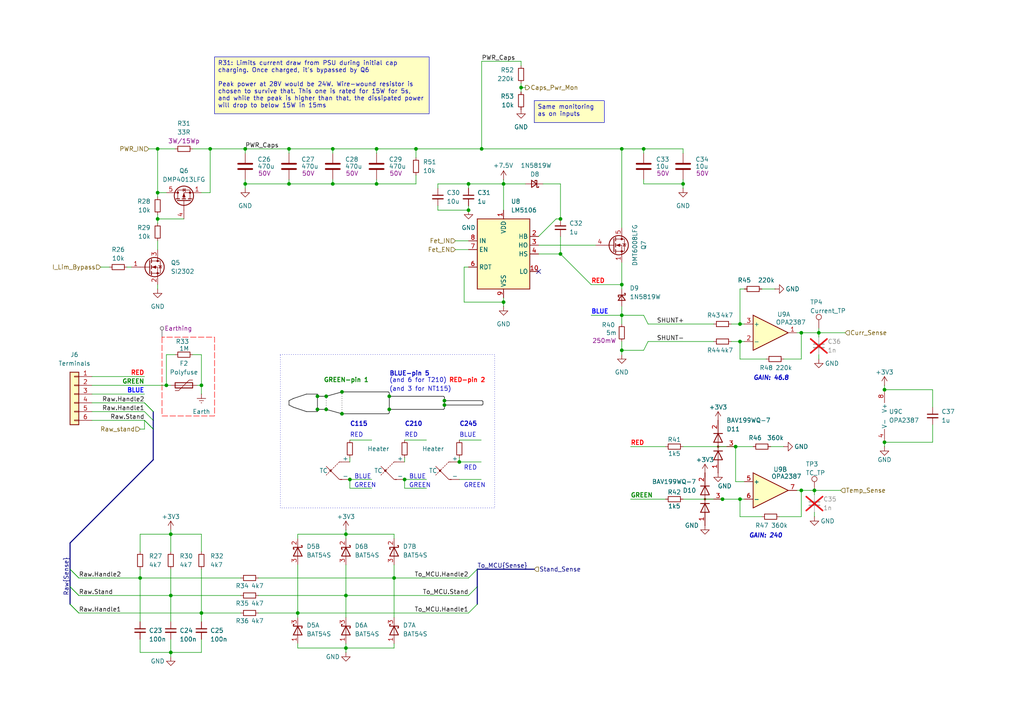
<source format=kicad_sch>
(kicad_sch (version 20241209) (generator "eeschema") (generator_version "9.0")
  (paper "A4")
  (bus_alias "Sense" (members "Handle1" "Handle2" "Stand"))
  (rectangle (start 81.28 102.87) (end 143.51 147.32) (stroke (width 0) (type dot)) (fill (type color) (color 255 255 255 1)))
  (text "BLUE" (at 118.618 139.065 0) (effects (font (size 1.27 1.27)) (justify left bottom)))
  (text "RED-pin 2" (at 140.843 111.125 0) (effects (font (size 1.27 1.27) (thickness 0.254) (bold yes)) (justify right bottom)))
  (text "BLUE-pin 5" (at 112.903 109.22 0) (effects (font (size 1.27 1.27) (thickness 0.254) (bold yes)) (justify left bottom)))
  (text "C245" (at 133.223 123.825 0) (effects (font (size 1.27 1.27) (thickness 0.254) (bold yes)) (justify left bottom)))
  (text "GREEN" (at 118.618 141.605 0) (effects (font (size 1.27 1.27)) (justify left bottom)))
  (text "(and 3 for NT115)" (at 112.903 113.665 0) (effects (font (size 1.27 1.27)) (justify left bottom)))
  (text "GAIN: 240" (at 217.17 156.21 0) (effects (font (size 1.27 1.27) (thickness 0.254) (bold yes) (italic yes)) (justify left bottom)))
  (text "RED" (at 134.493 136.525 0) (effects (font (size 1.27 1.27)) (justify left bottom)))
  (text "GREEN-pin 1" (at 93.853 111.125 0) (effects (font (size 1.27 1.27) (thickness 0.254) (bold yes)) (justify left bottom)))
  (text "RED\n" (at 117.348 127 0) (effects (font (size 1.27 1.27)) (justify left bottom)))
  (text "GREEN" (at 102.743 141.605 0) (effects (font (size 1.27 1.27)) (justify left bottom)))
  (text "GAIN: 46.8" (at 218.44 110.49 0) (effects (font (size 1.27 1.27) (thickness 0.254) (bold yes) (italic yes)) (justify left bottom)))
  (text "C210" (at 117.348 123.825 0) (effects (font (size 1.27 1.27) (thickness 0.254) (bold yes)) (justify left bottom)))
  (text "GREEN" (at 134.493 141.605 0) (effects (font (size 1.27 1.27)) (justify left bottom)))
  (text "RED\n" (at 101.473 127 0) (effects (font (size 1.27 1.27)) (justify left bottom)))
  (text "C115" (at 101.473 123.825 0) (effects (font (size 1.27 1.27) (thickness 0.254) (bold yes)) (justify left bottom)))
  (text "BLUE" (at 133.223 127 0) (effects (font (size 1.27 1.27)) (justify left bottom)))
  (text "BLUE" (at 102.743 139.065 0) (effects (font (size 1.27 1.27)) (justify left bottom)))
  (text "(and 6 for T210)" (at 112.903 111.125 0) (effects (font (size 1.27 1.27)) (justify left bottom)))
  (text_box "Same monitoring as on inputs" (at 154.94 29.21 0) (size 20.32 6.35) (margins 0.9525 0.9525 0.9525 0.9525) (fill (type color) (color 255 255 194 1)) (effects (font (size 1.27 1.27)) (justify left top)))
  (text_box "R31: Limits current draw from PSU during initial cap charging. Once charged, it's bypassed by Q6\n\nPeak power at 28V would be 24W. Wire-wound resistor is chosen to survive that. This one is rated for 15W for 5s, and while the peak is higher than that, the dissipated power will drop to below 15W in 15ms" (at 62.23 16.51 0) (size 62.23 16.51) (margins 0.9525 0.9525 0.9525 0.9525) (fill (type color) (color 255 255 194 1)) (effects (font (size 1.27 1.27)) (justify left top)))
  (junction (at 114.3 167.64))
  (junction (at 162.56 63.5))
  (junction (at 162.56 73.66))
  (junction (at 45.72 43.18))
  (junction (at 232.41 142.24))
  (junction (at 214.63 99.06))
  (junction (at 112.903 114.935))
  (junction (at 99.187 120.015))
  (junction (at 48.26 111.76))
  (junction (at 45.72 63.5))
  (junction (at 236.22 142.24))
  (junction (at 86.36 177.8))
  (junction (at 100.33 172.72))
  (junction (at 146.05 87.63))
  (junction (at 151.13 25.4))
  (junction (at 180.34 43.18))
  (junction (at 180.34 101.6))
  (junction (at 71.12 53.34))
  (junction (at 100.33 154.94))
  (junction (at 60.96 43.18))
  (junction (at 133.223 133.985))
  (junction (at 58.42 177.8))
  (junction (at 58.42 111.76))
  (junction (at 96.52 43.18))
  (junction (at 135.89 60.96))
  (junction (at 117.348 139.065))
  (junction (at 135.89 53.34))
  (junction (at 180.34 91.44))
  (junction (at 94.615 114.935))
  (junction (at 92.075 114.935))
  (junction (at 256.54 113.03))
  (junction (at 128.905 117.475))
  (junction (at 198.12 53.34))
  (junction (at 71.12 43.18))
  (junction (at 101.473 139.065))
  (junction (at 214.63 93.98))
  (junction (at 213.36 129.54))
  (junction (at 49.53 189.23))
  (junction (at 209.55 144.78))
  (junction (at 94.615 118.745))
  (junction (at 45.72 55.88))
  (junction (at 256.54 128.27))
  (junction (at 128.905 116.205))
  (junction (at 186.69 43.18))
  (junction (at 49.53 172.72))
  (junction (at 83.82 43.18))
  (junction (at 49.53 154.94))
  (junction (at 232.41 96.52))
  (junction (at 40.64 167.64))
  (junction (at 180.34 82.55))
  (junction (at 109.22 43.18))
  (junction (at 237.49 96.52))
  (junction (at 83.82 53.34))
  (junction (at 214.63 144.78))
  (junction (at 92.075 118.745))
  (junction (at 146.05 53.34))
  (junction (at 109.22 53.34))
  (junction (at 96.52 53.34))
  (junction (at 99.187 113.665))
  (junction (at 120.65 43.18))
  (junction (at 100.33 187.96))
  (junction (at 139.7 43.18))
  (junction (at 112.903 118.745))
  (no_connect (at 156.21 78.74))
  (bus_entry (at 20.32 170.18) (size 2.54 2.54))
  (bus_entry (at 138.43 170.18) (size -2.54 2.54))
  (bus_entry (at 20.32 170.18) (size 2.54 2.54))
  (bus_entry (at 44.45 119.38) (size -2.54 -2.54))
  (bus_entry (at 20.32 165.1) (size 2.54 2.54))
  (bus_entry (at 44.45 121.92) (size -2.54 -2.54))
  (bus_entry (at 138.43 175.26) (size -2.54 2.54))
  (bus_entry (at 44.45 124.46) (size -2.54 -2.54))
  (bus_entry (at 20.32 165.1) (size 2.54 2.54))
  (bus_entry (at 20.32 175.26) (size 2.54 2.54))
  (bus_entry (at 44.45 119.38) (size -2.54 -2.54))
  (bus_entry (at 138.43 165.1) (size -2.54 2.54))
  (bus_entry (at 44.45 124.46) (size -2.54 -2.54))
  (bus_entry (at 20.32 175.26) (size 2.54 2.54))
  (wire (pts (xy 57.15 111.76) (xy 58.42 111.76)))
  (bus (pts (xy 44.45 119.38) (xy 44.45 121.92)))
  (wire (pts (xy 232.41 142.24) (xy 236.22 142.24)))
  (wire (pts (xy 114.3 167.64) (xy 135.89 167.64)))
  (wire (pts (xy 86.36 177.8) (xy 74.93 177.8)))
  (wire (pts (xy 85.09 118.11) (xy 88.9 119.38)) (stroke (width 0) (color 0 0 0 1)))
  (wire (pts (xy 36.83 77.47) (xy 38.1 77.47)))
  (wire (pts (xy 71.12 44.45) (xy 71.12 43.18)))
  (wire (pts (xy 86.36 163.83) (xy 86.36 177.8)))
  (wire (pts (xy 69.85 177.8) (xy 58.42 177.8)))
  (wire (pts (xy 99.187 120.015) (xy 112.649 120.015)) (stroke (width 0) (color 0 0 0 1)))
  (wire (pts (xy 40.64 124.46) (xy 41.91 124.46)))
  (wire (pts (xy 156.21 71.12) (xy 172.72 71.12)))
  (wire (pts (xy 88.9 119.38) (xy 92.075 119.38)) (stroke (width 0) (color 0 0 0 1)))
  (wire (pts (xy 43.18 43.18) (xy 45.72 43.18)))
  (wire (pts (xy 94.615 118.745) (xy 99.187 120.015)) (stroke (width 0) (color 0 0 0 1)))
  (wire (pts (xy 270.51 123.19) (xy 270.51 128.27)))
  (wire (pts (xy 232.41 142.24) (xy 232.41 149.86)))
  (wire (pts (xy 114.3 154.94) (xy 100.33 154.94)))
  (wire (pts (xy 127 59.69) (xy 127 60.96)))
  (wire (pts (xy 83.82 52.07) (xy 83.82 53.34)))
  (wire (pts (xy 127 60.96) (xy 135.89 60.96)))
  (wire (pts (xy 40.64 160.02) (xy 40.64 154.94)))
  (wire (pts (xy 100.33 172.72) (xy 74.93 172.72)))
  (wire (pts (xy 186.69 43.18) (xy 198.12 43.18)))
  (wire (pts (xy 96.52 53.34) (xy 109.22 53.34)))
  (wire (pts (xy 151.13 24.13) (xy 151.13 25.4)))
  (wire (pts (xy 58.42 55.88) (xy 60.96 55.88)))
  (wire (pts (xy 88.9 114.3) (xy 85.09 115.57)) (stroke (width 0) (color 0 0 0 1)))
  (wire (pts (xy 112.649 113.665) (xy 112.903 113.919)) (stroke (width 0) (color 0 0 0 1)))
  (wire (pts (xy 94.615 114.935) (xy 92.075 114.935)) (stroke (width 0) (color 0 0 0 1)))
  (wire (pts (xy 236.22 143.51) (xy 236.22 142.24)))
  (wire (pts (xy 86.36 177.8) (xy 135.89 177.8)))
  (wire (pts (xy 92.075 118.745) (xy 92.075 119.38)) (stroke (width 0) (color 0 0 0 1)))
  (wire (pts (xy 134.62 87.63) (xy 146.05 87.63)))
  (wire (pts (xy 180.34 102.87) (xy 180.34 101.6)))
  (wire (pts (xy 236.22 142.24) (xy 243.84 142.24)))
  (wire (pts (xy 107.823 127.635) (xy 101.473 127.635)))
  (wire (pts (xy 128.905 116.205) (xy 139.827 116.205)) (stroke (width 0) (color 0 0 0 1)))
  (wire (pts (xy 22.86 177.8) (xy 58.42 177.8)))
  (wire (pts (xy 58.42 111.76) (xy 58.42 114.3)))
  (wire (pts (xy 231.14 96.52) (xy 232.41 96.52)))
  (wire (pts (xy 112.903 114.935) (xy 128.651 114.935)) (stroke (width 0) (color 0 0 0 1)))
  (wire (pts (xy 71.12 43.18) (xy 83.82 43.18)))
  (wire (pts (xy 26.67 114.3) (xy 41.91 114.3)))
  (wire (pts (xy 127 53.34) (xy 127 54.61)))
  (bus (pts (xy 138.43 170.18) (xy 138.43 175.26)))
  (wire (pts (xy 162.56 68.58) (xy 162.56 73.66)))
  (wire (pts (xy 214.63 83.82) (xy 214.63 93.98)))
  (wire (pts (xy 114.3 167.64) (xy 74.93 167.64)))
  (wire (pts (xy 132.08 72.39) (xy 135.89 72.39)))
  (wire (pts (xy 109.22 52.07) (xy 109.22 53.34)))
  (wire (pts (xy 83.82 53.34) (xy 96.52 53.34)))
  (wire (pts (xy 85.09 115.57) (xy 83.82 116.205)) (stroke (width 0) (color 0 0 0 1)))
  (bus (pts (xy 138.43 165.1) (xy 154.94 165.1)))
  (wire (pts (xy 220.98 83.82) (xy 224.79 83.82)))
  (wire (pts (xy 96.52 43.18) (xy 109.22 43.18)))
  (wire (pts (xy 45.72 69.85) (xy 45.72 72.39)))
  (wire (pts (xy 151.13 25.4) (xy 151.13 26.67)))
  (wire (pts (xy 128.651 114.935) (xy 128.905 115.189)) (stroke (width 0) (color 0 0 0 1)))
  (wire (pts (xy 237.49 95.25) (xy 237.49 96.52)))
  (wire (pts (xy 40.64 185.42) (xy 40.64 189.23)))
  (wire (pts (xy 40.64 154.94) (xy 49.53 154.94)))
  (wire (pts (xy 55.88 43.18) (xy 60.96 43.18)))
  (wire (pts (xy 214.63 149.86) (xy 220.98 149.86)))
  (wire (pts (xy 180.34 43.18) (xy 186.69 43.18)))
  (wire (pts (xy 256.54 113.03) (xy 270.51 113.03)))
  (wire (pts (xy 48.26 102.87) (xy 50.8 102.87)))
  (wire (pts (xy 156.21 68.58) (xy 161.29 63.5)))
  (wire (pts (xy 92.075 114.3) (xy 92.075 114.935)) (stroke (width 0) (color 0 0 0 1)))
  (wire (pts (xy 139.7 17.78) (xy 151.13 17.78)))
  (wire (pts (xy 146.05 53.34) (xy 146.05 60.96)))
  (wire (pts (xy 99.187 113.665) (xy 94.615 114.935)) (stroke (width 0) (color 0 0 0 1)))
  (wire (pts (xy 120.65 43.18) (xy 120.65 45.72)))
  (wire (pts (xy 45.72 55.88) (xy 48.26 55.88)))
  (wire (pts (xy 49.53 165.1) (xy 49.53 172.72)))
  (wire (pts (xy 180.34 88.9) (xy 180.34 91.44)))
  (bus (pts (xy 20.32 170.18) (xy 20.32 175.26)))
  (wire (pts (xy 133.223 133.985) (xy 139.573 133.985)))
  (wire (pts (xy 215.9 83.82) (xy 214.63 83.82)))
  (wire (pts (xy 49.53 154.94) (xy 49.53 160.02)))
  (wire (pts (xy 117.348 139.065) (xy 117.348 141.605)))
  (wire (pts (xy 227.33 104.14) (xy 232.41 104.14)))
  (wire (pts (xy 198.12 52.07) (xy 198.12 53.34)))
  (wire (pts (xy 86.36 179.07) (xy 86.36 177.8)))
  (wire (pts (xy 112.903 118.745) (xy 128.651 118.745)) (stroke (width 0) (color 0 0 0 1)))
  (wire (pts (xy 187.96 99.06) (xy 186.69 101.6)))
  (wire (pts (xy 114.3 163.83) (xy 114.3 167.64)))
  (wire (pts (xy 26.67 109.22) (xy 41.91 109.22)))
  (bus (pts (xy 44.45 121.92) (xy 44.45 124.46)))
  (wire (pts (xy 198.12 129.54) (xy 213.36 129.54)))
  (wire (pts (xy 58.42 189.23) (xy 49.53 189.23)))
  (wire (pts (xy 146.05 53.34) (xy 152.4 53.34)))
  (wire (pts (xy 151.13 17.78) (xy 151.13 19.05)))
  (wire (pts (xy 99.187 113.665) (xy 112.649 113.665)) (stroke (width 0) (color 0 0 0 1)))
  (wire (pts (xy 140.081 116.459) (xy 140.081 117.221)) (stroke (width 0) (color 0 0 0 1)))
  (wire (pts (xy 41.91 121.92) (xy 41.91 124.46)))
  (wire (pts (xy 107.823 141.605) (xy 101.473 141.605)))
  (wire (pts (xy 214.63 99.06) (xy 215.9 99.06)))
  (wire (pts (xy 212.09 99.06) (xy 214.63 99.06)))
  (wire (pts (xy 58.42 165.1) (xy 58.42 177.8)))
  (wire (pts (xy 120.65 50.8) (xy 120.65 53.34)))
  (wire (pts (xy 83.82 117.475) (xy 85.09 118.11)) (stroke (width 0) (color 0 0 0 1)))
  (wire (pts (xy 139.827 116.205) (xy 140.081 116.459)) (stroke (width 0) (color 0 0 0 1)))
  (wire (pts (xy 22.86 167.64) (xy 40.64 167.64)))
  (wire (pts (xy 151.13 25.4) (xy 152.4 25.4)))
  (wire (pts (xy 180.34 99.06) (xy 180.34 101.6)))
  (wire (pts (xy 140.081 117.221) (xy 139.827 117.475)) (stroke (width 0) (color 0 0 0 1)))
  (wire (pts (xy 45.72 63.5) (xy 53.34 63.5)))
  (wire (pts (xy 186.69 52.07) (xy 186.69 53.34)))
  (wire (pts (xy 100.33 154.94) (xy 100.33 156.21)))
  (wire (pts (xy 94.615 114.935) (xy 94.615 118.745)) (stroke (width 0) (type dot) (color 0 0 0 1)))
  (wire (pts (xy 96.52 43.18) (xy 96.52 44.45)))
  (wire (pts (xy 109.22 53.34) (xy 120.65 53.34)))
  (wire (pts (xy 232.41 104.14) (xy 232.41 96.52)))
  (wire (pts (xy 120.65 43.18) (xy 139.7 43.18)))
  (wire (pts (xy 71.12 52.07) (xy 71.12 53.34)))
  (wire (pts (xy 112.903 114.935) (xy 112.903 118.745)) (stroke (width 0) (color 0 0 0 1)))
  (wire (pts (xy 123.698 141.605) (xy 117.348 141.605)))
  (wire (pts (xy 114.3 154.94) (xy 114.3 156.21)))
  (bus (pts (xy 138.43 165.1) (xy 138.43 170.18)))
  (wire (pts (xy 40.64 189.23) (xy 49.53 189.23)))
  (wire (pts (xy 232.41 142.24) (xy 231.14 142.24)))
  (wire (pts (xy 198.12 43.18) (xy 198.12 44.45)))
  (wire (pts (xy 232.41 149.86) (xy 226.06 149.86)))
  (wire (pts (xy 128.905 118.491) (xy 128.651 118.745)) (stroke (width 0) (color 0 0 0 1)))
  (wire (pts (xy 100.33 189.23) (xy 100.33 187.96)))
  (wire (pts (xy 99.187 113.665) (xy 99.187 120.015)) (stroke (width 0) (type dot) (color 0 0 0 1)))
  (wire (pts (xy 256.54 128.27) (xy 270.51 128.27)))
  (wire (pts (xy 117.348 139.065) (xy 123.698 139.065)))
  (wire (pts (xy 128.905 117.475) (xy 128.905 118.491)) (stroke (width 0) (color 0 0 0 1)))
  (wire (pts (xy 58.42 154.94) (xy 49.53 154.94)))
  (wire (pts (xy 26.67 121.92) (xy 41.91 121.92)))
  (wire (pts (xy 139.7 43.18) (xy 180.34 43.18)))
  (wire (pts (xy 256.54 129.54) (xy 256.54 128.27)))
  (wire (pts (xy 49.53 189.23) (xy 49.53 190.5)))
  (wire (pts (xy 133.223 133.985) (xy 133.223 132.715)))
  (wire (pts (xy 214.63 144.78) (xy 215.9 144.78)))
  (wire (pts (xy 132.08 69.85) (xy 135.89 69.85)))
  (wire (pts (xy 100.33 172.72) (xy 100.33 179.07)))
  (wire (pts (xy 180.34 91.44) (xy 186.69 91.44)))
  (wire (pts (xy 100.33 153.67) (xy 100.33 154.94)))
  (wire (pts (xy 198.12 144.78) (xy 209.55 144.78)))
  (wire (pts (xy 135.89 53.34) (xy 146.05 53.34)))
  (wire (pts (xy 209.55 144.78) (xy 214.63 144.78)))
  (wire (pts (xy 139.573 139.065) (xy 133.223 139.065)))
  (wire (pts (xy 55.88 102.87) (xy 58.42 102.87)))
  (wire (pts (xy 213.36 139.7) (xy 215.9 139.7)))
  (wire (pts (xy 100.33 154.94) (xy 86.36 154.94)))
  (wire (pts (xy 117.348 132.715) (xy 117.348 133.985)))
  (wire (pts (xy 60.96 43.18) (xy 60.96 55.88)))
  (wire (pts (xy 128.905 116.205) (xy 128.905 117.475)) (stroke (width 0) (color 0 0 0 1)))
  (wire (pts (xy 45.72 63.5) (xy 45.72 62.23)))
  (wire (pts (xy 45.72 63.5) (xy 45.72 64.77)))
  (wire (pts (xy 146.05 87.63) (xy 146.05 88.9)))
  (wire (pts (xy 180.34 76.2) (xy 180.34 82.55)))
  (wire (pts (xy 114.3 187.96) (xy 114.3 186.69)))
  (wire (pts (xy 69.85 172.72) (xy 49.53 172.72)))
  (wire (pts (xy 26.67 116.84) (xy 41.91 116.84)))
  (wire (pts (xy 49.53 153.67) (xy 49.53 154.94)))
  (wire (pts (xy 22.86 172.72) (xy 49.53 172.72)))
  (wire (pts (xy 58.42 185.42) (xy 58.42 189.23)))
  (wire (pts (xy 101.473 132.715) (xy 101.473 133.985)))
  (wire (pts (xy 96.52 52.07) (xy 96.52 53.34)))
  (wire (pts (xy 214.63 104.14) (xy 214.63 99.06)))
  (wire (pts (xy 256.54 111.76) (xy 256.54 113.03)))
  (wire (pts (xy 86.36 187.96) (xy 86.36 186.69)))
  (wire (pts (xy 40.64 165.1) (xy 40.64 167.64)))
  (wire (pts (xy 214.63 93.98) (xy 215.9 93.98)))
  (wire (pts (xy 100.33 172.72) (xy 135.89 172.72)))
  (wire (pts (xy 187.96 99.06) (xy 207.01 99.06)))
  (wire (pts (xy 186.69 53.34) (xy 198.12 53.34)))
  (bus (pts (xy 20.32 157.48) (xy 44.45 133.35)))
  (wire (pts (xy 182.88 144.78) (xy 193.04 144.78)))
  (wire (pts (xy 58.42 102.87) (xy 58.42 111.76)))
  (wire (pts (xy 114.3 167.64) (xy 114.3 179.07)))
  (wire (pts (xy 213.36 129.54) (xy 218.44 129.54)))
  (wire (pts (xy 26.67 119.38) (xy 41.91 119.38)))
  (wire (pts (xy 26.67 111.76) (xy 48.26 111.76)))
  (wire (pts (xy 134.62 77.47) (xy 134.62 87.63)))
  (wire (pts (xy 100.33 163.83) (xy 100.33 172.72)))
  (wire (pts (xy 45.72 55.88) (xy 45.72 57.15)))
  (wire (pts (xy 162.56 73.66) (xy 171.45 82.55)))
  (wire (pts (xy 270.51 113.03) (xy 270.51 118.11)))
  (wire (pts (xy 237.49 96.52) (xy 245.11 96.52)))
  (wire (pts (xy 83.82 43.18) (xy 83.82 44.45)))
  (wire (pts (xy 146.05 86.36) (xy 146.05 87.63)))
  (wire (pts (xy 101.473 139.065) (xy 107.823 139.065)))
  (wire (pts (xy 45.72 43.18) (xy 50.8 43.18)))
  (wire (pts (xy 58.42 154.94) (xy 58.42 160.02)))
  (wire (pts (xy 180.34 91.44) (xy 180.34 93.98)))
  (wire (pts (xy 128.905 115.189) (xy 128.905 116.205)) (stroke (width 0) (color 0 0 0 1)))
  (wire (pts (xy 180.34 101.6) (xy 186.69 101.6)))
  (wire (pts (xy 139.573 127.635) (xy 133.223 127.635)))
  (wire (pts (xy 83.82 43.18) (xy 96.52 43.18)))
  (wire (pts (xy 83.82 116.205) (xy 83.82 117.475)) (stroke (width 0) (color 0 0 0 1)))
  (wire (pts (xy 156.21 73.66) (xy 162.56 73.66)))
  (wire (pts (xy 135.89 53.34) (xy 135.89 54.61)))
  (bus (pts (xy 20.32 165.1) (xy 20.32 170.18)))
  (wire (pts (xy 162.56 53.34) (xy 162.56 63.5)))
  (wire (pts (xy 92.075 118.745) (xy 94.615 118.745)) (stroke (width 0) (color 0 0 0 1)))
  (wire (pts (xy 186.69 43.18) (xy 186.69 44.45)))
  (wire (pts (xy 71.12 53.34) (xy 83.82 53.34)))
  (wire (pts (xy 112.649 120.015) (xy 112.903 119.761)) (stroke (width 0) (color 0 0 0 1)))
  (wire (pts (xy 180.34 83.82) (xy 180.34 82.55)))
  (wire (pts (xy 92.075 114.3) (xy 88.9 114.3)) (stroke (width 0) (color 0 0 0 1)))
  (wire (pts (xy 49.53 185.42) (xy 49.53 189.23)))
  (wire (pts (xy 45.72 82.55) (xy 45.72 83.82)))
  (wire (pts (xy 40.64 167.64) (xy 40.64 180.34)))
  (wire (pts (xy 60.96 43.18) (xy 71.12 43.18)))
  (wire (pts (xy 45.72 43.18) (xy 45.72 55.88)))
  (wire (pts (xy 157.48 53.34) (xy 162.56 53.34)))
  (wire (pts (xy 100.33 187.96) (xy 100.33 186.69)))
  (bus (pts (xy 44.45 124.46) (xy 44.45 133.35)))
  (wire (pts (xy 112.903 118.745) (xy 112.903 119.761)) (stroke (width 0) (color 0 0 0 1)))
  (wire (pts (xy 69.85 167.64) (xy 40.64 167.64)))
  (wire (pts (xy 171.45 91.44) (xy 180.34 91.44)))
  (wire (pts (xy 123.698 127.635) (xy 117.348 127.635)))
  (wire (pts (xy 198.12 53.34) (xy 198.12 54.61)))
  (wire (pts (xy 213.36 129.54) (xy 213.36 139.7)))
  (wire (pts (xy 139.7 17.78) (xy 139.7 43.18)))
  (wire (pts (xy 48.26 111.76) (xy 49.53 111.76)))
  (wire (pts (xy 86.36 154.94) (xy 86.36 156.21)))
  (wire (pts (xy 100.33 187.96) (xy 114.3 187.96)))
  (wire (pts (xy 135.89 59.69) (xy 135.89 60.96)))
  (wire (pts (xy 128.905 117.475) (xy 139.827 117.475)) (stroke (width 0) (color 0 0 0 1)))
  (wire (pts (xy 212.09 93.98) (xy 214.63 93.98)))
  (wire (pts (xy 161.29 63.5) (xy 162.56 63.5)))
  (wire (pts (xy 29.21 77.47) (xy 31.75 77.47)))
  (wire (pts (xy 49.53 172.72) (xy 49.53 180.34)))
  (bus (pts (xy 20.32 157.48) (xy 20.32 165.1)))
  (wire (pts (xy 71.12 53.34) (xy 71.12 54.61)))
  (wire (pts (xy 237.49 96.52) (xy 237.49 97.79)))
  (wire (pts (xy 187.96 93.98) (xy 186.69 91.44)))
  (wire (pts (xy 86.36 187.96) (xy 100.33 187.96)))
  (wire (pts (xy 237.49 104.14) (xy 237.49 102.87)))
  (wire (pts (xy 214.63 144.78) (xy 214.63 149.86)))
  (wire (pts (xy 127 53.34) (xy 135.89 53.34)))
  (wire (pts (xy 48.26 102.87) (xy 48.26 111.76)))
  (wire (pts (xy 134.62 77.47) (xy 135.89 77.47)))
  (wire (pts (xy 236.22 148.59) (xy 236.22 149.86)))
  (wire (pts (xy 187.96 93.98) (xy 207.01 93.98)))
  (wire (pts (xy 171.45 82.55) (xy 180.34 82.55)))
  (wire (pts (xy 58.42 177.8) (xy 58.42 180.34)))
  (wire (pts (xy 109.22 43.18) (xy 120.65 43.18)))
  (wire (pts (xy 109.22 43.18) (xy 109.22 44.45)))
  (wire (pts (xy 182.88 129.54) (xy 193.04 129.54)))
  (wire (pts (xy 223.52 129.54) (xy 227.33 129.54)))
  (wire (pts (xy 232.41 96.52) (xy 237.49 96.52)))
  (wire (pts (xy 101.473 139.065) (xy 101.473 141.605)))
  (wire (pts (xy 112.903 113.919) (xy 112.903 114.935)) (stroke (width 0) (color 0 0 0 1)))
  (wire (pts (xy 222.25 104.14) (xy 214.63 104.14)))
  (wire (pts (xy 180.34 43.18) (xy 180.34 66.04)))
  (wire (pts (xy 92.075 114.935) (xy 92.075 118.745)) (stroke (width 0) (color 0 0 0 1)))
  (wire (pts (xy 146.05 52.07) (xy 146.05 53.34)))
  (label "BLUE" (at 171.45 91.44 0) (effects (font (thickness 0.254) (bold yes))))
  (label "SHUNT-" (at 190.5 99.06 0))
  (label "Raw.Handle2" (at 22.86 167.64 0))
  (label "GREEN" (at 182.88 144.78 0) (effects (font (thickness 0.254) (bold yes))))
  (label "To_MCU{Sense}" (at 138.43 165.1 0))
  (label "Raw{Sense}" (at 20.32 172.72 90))
  (label "To_MCU.Handle2" (at 135.89 167.64 180))
  (label "RED" (at 171.45 82.55 0) (effects (font (thickness 0.254) (bold yes))))
  (label "RED" (at 182.88 129.54 0) (effects (font (thickness 0.254) (bold yes))))
  (label "PWR_Caps" (at 71.12 43.18 0))
  (label "Raw.Handle1" (at 22.86 177.8 0))
  (label "PWR_Caps" (at 139.7 17.78 0))
  (label "To_MCU.Stand" (at 135.89 172.72 180))
  (label "Raw.Stand" (at 41.91 121.92 180))
  (label "SHUNT+" (at 190.5 93.98 0))
  (label "To_MCU.Handle1" (at 135.89 177.8 180))
  (label "Raw.Handle2" (at 41.91 116.84 180))
  (label "GREEN" (at 41.91 111.76 180) (effects (font (thickness 0.254) (bold yes))))
  (label "Raw.Stand" (at 22.86 172.72 0))
  (label "RED" (at 41.91 109.22 180) (effects (font (thickness 0.254) (bold yes))))
  (label "BLUE" (at 41.91 114.3 180) (effects (font (thickness 0.254) (bold yes))))
  (label "Raw.Handle1" (at 41.91 119.38 180))
  (hierarchical_label "I_Lim_Bypass" (shape input) (at 29.21 77.47 180))
  (hierarchical_label "Caps_Pwr_Mon" (shape output) (at 152.4 25.4 0))
  (hierarchical_label "Curr_Sense" (shape input) (at 245.11 96.52 0))
  (hierarchical_label "Raw_stand" (shape input) (at 40.64 124.46 180))
  (hierarchical_label "Fet_IN" (shape input) (at 132.08 69.85 180))
  (hierarchical_label "Temp_Sense" (shape input) (at 243.84 142.24 0))
  (hierarchical_label "Fet_EN" (shape input) (at 132.08 72.39 180))
  (hierarchical_label "Stand_Sense" (shape input) (at 154.94 165.1 0))
  (hierarchical_label "PWR_IN" (shape input) (at 43.18 43.18 180))
  (rule_area (polyline (pts (xy 46.99 97.79) (xy 46.99 120.65) (xy 62.23 120.65) (xy 62.23 97.79)) (stroke (width 0) (type dash))))
  (netclass_flag "" (length 2.54) (shape round) (at 46.99 97.79 0) (property "Netclass" "Earthing" (at 47.6885 95.25 0) (effects (justify left))))
  (symbol (lib_id "Amplifier_Operational:LM2904") (at 259.08 120.65 0) (unit 3)
    (property "Reference" "U9" (at 257.81 119.3799 0) (effects (justify left)))
    (property "Value" "OPA2387" (at 257.81 121.9199 0) (effects (justify left)))
    (property "Footprint" "Package_SO:VSSOP-8_3x3mm_P0.65mm" (effects (hide yes)))
    (property "Datasheet" "http://www.ti.com/lit/ds/symlink/lm358.pdf" (effects (hide yes)))
    (property "Description" "Dual Operational Amplifiers, DIP-8/SOIC-8/TSSOP-8/VSSOP-8" (effects (hide yes)))
    (property "LCSC" "C2861203" (effects (hide yes)))
  )
  (symbol (lib_id "Device:R_Small") (at 209.55 93.98 90) (unit 1)
    (property "Reference" "R43" (at 207.01 91.44 90))
    (property "Value" "4k7" (at 210.82 91.44 90))
    (property "Footprint" "Resistor_SMD:R_0603_1608Metric" (effects (hide yes)))
    (property "Manufacturer_Name" "Panasonic" (effects (hide yes)))
    (property "Manufacturer_Part_Number" "ERJ-3RBD4701V" (effects (hide yes)))
    (property "Mouser Part Number" "667-ERJ-3RBD4701V" (effects (hide yes)))
    (property "LCSC" "C99782" (effects (hide yes)))
  )
  (symbol (lib_id "power:+3V3") (at 204.47 137.16 0) (unit 1)
    (property "Reference" "#PWR071" (effects (hide yes)))
    (property "Value" "+3V3" (at 204.47 133.35 0))
    (property "Description" "Power symbol creates a global label with name \"+3V3\"" (effects (hide yes)))
  )
  (symbol (lib_id "Device:R_Small") (at 180.34 96.52 0) (unit 1)
    (property "Reference" "R40" (at 174.498 94.234 0) (effects (justify left)))
    (property "Value" "5m" (at 175.768 96.52 0) (effects (justify left)))
    (property "Footprint" "Resistor_SMD:R_1206_3216Metric" (effects (hide yes)))
    (property "Description" "Resistor, small symbol" (effects (hide yes)))
    (property "Power" "250mW" (at 175.26 98.806 0))
    (property "LCSC" "C875583" (effects (hide yes)))
  )
  (symbol (lib_id "LM5106:LM5106") (at 146.05 73.66 0) (unit 1)
    (property "Reference" "U8" (at 148.1933 58.42 0) (effects (justify left)))
    (property "Value" "LM5106" (at 148.1933 60.96 0) (effects (justify left)))
    (property "Footprint" "Package_SO:VSSOP-10_3x3mm_P0.5mm" (effects (hide yes)))
    (property "Datasheet" "https://www.ti.com/lit/gpn/LM5106" (effects (hide yes)))
    (property "Description" "100V gate driver with programable dead time, high and low side, bootstrap supply" (effects (hide yes)))
    (property "LCSC" "C91879" (effects (hide yes)))
  )
  (symbol (lib_id "Device:R_Small") (at 209.55 99.06 270) (unit 1)
    (property "Reference" "R44" (at 207.01 101.6 90))
    (property "Value" "4k7" (at 210.82 101.6 90))
    (property "Footprint" "Resistor_SMD:R_0603_1608Metric" (effects (hide yes)))
    (property "Manufacturer_Name" "Panasonic" (effects (hide yes)))
    (property "Manufacturer_Part_Number" "ERJ-3RBD4701V" (effects (hide yes)))
    (property "Mouser Part Number" "667-ERJ-3RBD4701V" (effects (hide yes)))
    (property "LCSC" "C99782" (effects (hide yes)))
  )
  (symbol (lib_id "Device:R_Small") (at 195.58 144.78 90) (unit 1)
    (property "Reference" "R42" (at 195.58 142.748 90))
    (property "Value" "1k5" (at 195.58 146.812 90))
    (property "Footprint" "Resistor_SMD:R_0603_1608Metric" (effects (hide yes)))
    (property "Manufacturer_Name" "Panasonic" (effects (hide yes)))
    (property "Manufacturer_Part_Number" "ERJ-H3ED1501V" (effects (hide yes)))
    (property "Mouser Part Number" "667-ERJ-H3ED1501V" (effects (hide yes)))
    (property "LCSC" "C114668" (effects (hide yes)))
  )
  (symbol (lib_id "Connector_Generic:Conn_01x06") (at 21.59 114.3 0) (mirror y) (unit 1)
    (property "Reference" "J6" (at 21.59 102.87 0))
    (property "Value" "Terminals" (at 21.59 105.41 0))
    (property "Footprint" "jxsolder:screw_terminal_6x3.81" (effects (hide yes)))
    (property "Description" "Generic connector, single row, 01x06, script generated (kicad-library-utils/schlib/autogen/connector/)" (effects (hide yes)))
    (property "LCSC" "C5143696" (effects (hide yes)))
  )
  (symbol (lib_id "Device:Thermocouple") (at 130.683 136.525 0) (unit 1) (in_bom no) (on_board no)
    (property "Reference" "TC3" (effects (hide yes)))
    (property "Value" "TC" (at 125.603 136.525 0))
    (property "Assembly Comment" "N/A" (effects (hide yes)))
    (property "Manufacturing comment" "Do Not Place" (effects (hide yes)))
  )
  (symbol (lib_id "Device:Thermocouple") (at 114.808 136.525 0) (unit 1) (in_bom no) (on_board no)
    (property "Reference" "TC2" (effects (hide yes)))
    (property "Value" "TC" (at 109.728 136.525 0))
    (property "Assembly Comment" "N/A" (effects (hide yes)))
    (property "Manufacturing comment" "Do Not Place" (effects (hide yes)))
  )
  (symbol (lib_id "Device:D_Schottky_Dual_Series_AKC_Split") (at 114.3 182.88 90) (unit 1)
    (property "Reference" "D7" (at 116.84 181.3559 90) (effects (justify right)))
    (property "Value" "BAT54S" (at 116.84 183.8959 90) (effects (justify right)))
    (property "Footprint" "Package_TO_SOT_SMD:SOT-23" (effects (hide yes)))
    (property "Description" "Dual Schottky diode, anode/cathode/center" (effects (hide yes)))
    (property "LCSC" "C47546" (effects (hide yes)))
  )
  (symbol (lib_id "Device:R_Small") (at 34.29 77.47 90) (unit 1)
    (property "Reference" "R26" (at 34.29 72.39 90))
    (property "Value" "10k" (at 34.29 74.93 90))
    (property "Footprint" "Resistor_SMD:R_0603_1608Metric" (effects (hide yes)))
    (property "Description" "Resistor, small symbol" (effects (hide yes)))
    (property "LCSC" "C95204" (effects (hide yes)))
  )
  (symbol (lib_id "Device:R_Small") (at 53.34 102.87 270) (unit 1)
    (property "Reference" "R33" (at 54.864 99.06 90) (effects (justify right)))
    (property "Value" "1M" (at 54.864 101.092 90) (effects (justify right)))
    (property "Footprint" "Resistor_SMD:R_2512_6332Metric" (effects (hide yes)))
    (property "Description" "Resistor, small symbol" (effects (hide yes)))
    (property "LCSC" "C276335" (effects (hide yes)))
  )
  (symbol (lib_id "power:GND") (at 135.89 60.96 0) (unit 1)
    (property "Reference" "#PWR066" (effects (hide yes)))
    (property "Value" "GND" (at 135.89 66.04 0))
    (property "Description" "Power symbol creates a global label with name \"GND\" , ground" (effects (hide yes)))
  )
  (symbol (lib_id "Amplifier_Operational:LM2904") (at 223.52 96.52 0) (unit 1)
    (property "Reference" "U9" (at 227.33 91.186 0))
    (property "Value" "OPA2387" (at 229.362 93.472 0))
    (property "Footprint" "Package_SO:VSSOP-8_3x3mm_P0.65mm" (effects (hide yes)))
    (property "Datasheet" "http://www.ti.com/lit/ds/symlink/lm358.pdf" (effects (hide yes)))
    (property "Description" "Dual Operational Amplifiers, DIP-8/SOIC-8/TSSOP-8/VSSOP-8" (effects (hide yes)))
    (property "LCSC" "C2861203" (effects (hide yes)))
  )
  (symbol (lib_id "Device:D_Schottky_Dual_Series_AKC_Split") (at 114.3 160.02 270) (unit 2)
    (property "Reference" "D7" (at 116.84 158.4959 90) (effects (justify left)))
    (property "Value" "BAT54S" (at 116.84 161.0359 90) (effects (justify left)))
    (property "Footprint" "Package_TO_SOT_SMD:SOT-23" (effects (hide yes)))
    (property "Description" "Dual Schottky diode, anode/cathode/center" (effects (hide yes)))
    (property "LCSC" "C47546" (effects (hide yes)))
  )
  (symbol (lib_id "Device:C") (at 186.69 48.26 0) (unit 1)
    (property "Reference" "C33" (at 190.246 46.228 0) (effects (justify left)))
    (property "Value" "10u" (at 190.246 48.2599 0) (effects (justify left)))
    (property "Footprint" "Capacitor_SMD:C_1210_3225Metric" (effects (hide yes)))
    (property "Description" "Unpolarized capacitor" (effects (hide yes)))
    (property "Voltage" "50V" (at 192.278 50.292 0))
    (property "LCSC" "C126612" (effects (hide yes)))
  )
  (symbol (lib_id "power:GND") (at 180.34 102.87 0) (unit 1)
    (property "Reference" "#PWR069" (effects (hide yes)))
    (property "Value" "GND" (at 180.34 107.95 0))
    (property "Description" "Power symbol creates a global label with name \"GND\" , ground" (effects (hide yes)))
  )
  (symbol (lib_id "power:+3V3") (at 256.54 111.76 0) (unit 1)
    (property "Reference" "#PWR073" (effects (hide yes)))
    (property "Value" "+3V3" (at 256.54 107.95 0))
    (property "Description" "Power symbol creates a global label with name \"+3V3\"" (effects (hide yes)))
  )
  (symbol (lib_id "Device:R_Small") (at 133.223 130.175 0) (unit 1) (in_bom no) (on_board no)
    (property "Reference" "R39" (effects (hide yes)))
    (property "Value" "Heater 2 OHM" (effects (hide yes)))
    (property "Assembly Comment" "N/A" (effects (hide yes)))
    (property "Manufacturing comment" "Do Not Place" (effects (hide yes)))
  )
  (symbol (lib_id "Device:R_Small") (at 72.39 172.72 90) (unit 1)
    (property "Reference" "R35" (at 68.326 175.006 90) (effects (justify right)))
    (property "Value" "4k7" (at 74.676 175.006 90))
    (property "Footprint" "Resistor_SMD:R_0603_1608Metric" (effects (hide yes)))
    (property "Manufacturer_Name" "Panasonic" (effects (hide yes)))
    (property "Manufacturer_Part_Number" "ERJ-3RBD4701V" (effects (hide yes)))
    (property "Mouser Part Number" "667-ERJ-3RBD4701V" (effects (hide yes)))
    (property "LCSC" "C99782" (effects (hide yes)))
  )
  (symbol (lib_id "Device:R_Small") (at 117.348 130.175 0) (unit 1) (in_bom no) (on_board no)
    (property "Reference" "R38" (effects (hide yes)))
    (property "Value" "Heater" (at 122.428 130.175 0) (effects (justify left)))
    (property "Assembly Comment" "N/A" (effects (hide yes)))
    (property "Manufacturing comment" "Do Not Place" (effects (hide yes)))
  )
  (symbol (lib_id "Connector:TestPoint") (at 236.22 142.24 0) (unit 1) (in_bom no)
    (property "Reference" "TP3" (at 233.68 134.62 0) (effects (justify left)))
    (property "Value" "TC_TP" (at 233.68 137.16 0) (effects (justify left)))
    (property "Footprint" "TestPoint:TestPoint_Pad_D1.0mm" (effects (hide yes)))
    (property "Assembly Comment" "N/A" (effects (hide yes)))
    (property "Manufacturing comment" "Do Not Place" (effects (hide yes)))
  )
  (symbol (lib_id "power:Earth") (at 58.42 114.3 0) (unit 1)
    (property "Reference" "#PWR062" (effects (hide yes)))
    (property "Value" "Earth" (at 58.42 119.38 0))
    (property "Description" "Power symbol creates a global label with name \"Earth\"" (effects (hide yes)))
  )
  (symbol (lib_id "Device:D_Schottky_Dual_Series_AKC_Split") (at 86.36 182.88 90) (unit 1)
    (property "Reference" "D5" (at 88.9 181.3559 90) (effects (justify right)))
    (property "Value" "BAT54S" (at 88.9 183.8959 90) (effects (justify right)))
    (property "Footprint" "Package_TO_SOT_SMD:SOT-23" (effects (hide yes)))
    (property "Description" "Dual Schottky diode, anode/cathode/center" (effects (hide yes)))
    (property "LCSC" "C47546" (effects (hide yes)))
  )
  (symbol (lib_id "Device:R_Small") (at 53.34 43.18 90) (unit 1)
    (property "Reference" "R31" (at 53.34 35.814 90))
    (property "Value" "33R" (at 53.34 38.354 90))
    (property "Footprint" "jxsolder:R_TyOHM_SMW_3W" (effects (hide yes)))
    (property "Description" "Resistor, small symbol" (effects (hide yes)))
    (property "Power" "3W/15Wp" (at 53.34 40.894 90))
    (property "LCSC" "C2937341" (effects (hide yes)))
  )
  (symbol (lib_id "Device:R_Small") (at 101.473 130.175 0) (unit 1) (in_bom no) (on_board no)
    (property "Reference" "R37" (effects (hide yes)))
    (property "Value" "Heater" (at 106.553 130.175 0) (effects (justify left)))
    (property "Assembly Comment" "N/A" (effects (hide yes)))
    (property "Manufacturing comment" "Do Not Place" (effects (hide yes)))
  )
  (symbol (lib_id "power:GND") (at 208.28 137.16 0) (unit 1)
    (property "Reference" "#PWR074" (effects (hide yes)))
    (property "Value" "GND" (at 210.185 140.97 0))
  )
  (symbol (lib_id "Device:C_Small") (at 236.22 146.05 0) (unit 1) (in_bom no) (dnp yes)
    (property "Reference" "C35" (at 238.76 144.78 0) (effects (justify left)))
    (property "Value" "1n" (at 238.76 147.32 0) (effects (justify left)))
    (property "Footprint" "Capacitor_SMD:C_0603_1608Metric" (effects (hide yes)))
    (property "Manufacturer_Name" "KEMET" (effects (hide yes)))
    (property "Manufacturer_Part_Number" "C0603C102K3GAC" (effects (hide yes)))
    (property "Mouser Part Number" "80-C0603C102K3G" (effects (hide yes)))
    (property "LCSC" "C1588" (effects (hide yes)))
  )
  (symbol (lib_id "Device:R_Small") (at 45.72 59.69 0) (unit 1)
    (property "Reference" "R28" (at 43.688 58.42 0) (effects (justify right)))
    (property "Value" "10k" (at 43.688 60.96 0) (effects (justify right)))
    (property "Footprint" "Resistor_SMD:R_0603_1608Metric" (effects (hide yes)))
    (property "Description" "Resistor, small symbol" (effects (hide yes)))
    (property "LCSC" "C95204" (effects (hide yes)))
  )
  (symbol (lib_id "Device:C_Small") (at 162.56 66.04 0) (unit 1)
    (property "Reference" "C32" (at 165.1 64.7762 0) (effects (justify left)))
    (property "Value" "1u" (at 165.1 67.3162 0) (effects (justify left)))
    (property "Footprint" "Capacitor_SMD:C_0603_1608Metric" (effects (hide yes)))
    (property "Description" "Unpolarized capacitor, small symbol" (effects (hide yes)))
    (property "LCSC" "C15849" (effects (hide yes)))
  )
  (symbol (lib_id "Amplifier_Operational:LM2904") (at 223.52 142.24 0) (unit 2)
    (property "Reference" "U9" (at 226.314 136.144 0))
    (property "Value" "OPA2387" (at 228.092 138.176 0))
    (property "Footprint" "Package_SO:VSSOP-8_3x3mm_P0.65mm" (effects (hide yes)))
    (property "Datasheet" "http://www.ti.com/lit/ds/symlink/lm358.pdf" (effects (hide yes)))
    (property "Description" "Dual Operational Amplifiers, DIP-8/SOIC-8/TSSOP-8/VSSOP-8" (effects (hide yes)))
    (property "LCSC" "C2861203" (effects (hide yes)))
  )
  (symbol (lib_id "Device:C_Small") (at 135.89 57.15 0) (unit 1)
    (property "Reference" "C31" (at 138.43 55.8862 0) (effects (justify left)))
    (property "Value" "1u" (at 138.43 58.4262 0) (effects (justify left)))
    (property "Footprint" "Capacitor_SMD:C_0603_1608Metric" (effects (hide yes)))
    (property "Description" "Unpolarized capacitor, small symbol" (effects (hide yes)))
    (property "LCSC" "C15849" (effects (hide yes)))
  )
  (symbol (lib_id "power:+3V3") (at 49.53 153.67 0) (unit 1)
    (property "Reference" "#PWR060" (effects (hide yes)))
    (property "Value" "+3V3" (at 49.53 149.86 0))
    (property "Description" "Power symbol creates a global label with name \"+3V3\"" (effects (hide yes)))
  )
  (symbol (lib_id "power:GND") (at 198.12 54.61 0) (unit 1)
    (property "Reference" "#PWR070" (effects (hide yes)))
    (property "Value" "GND" (at 198.12 59.69 0))
    (property "Description" "Power symbol creates a global label with name \"GND\" , ground" (effects (hide yes)))
  )
  (symbol (lib_id "power:GND") (at 204.47 152.4 0) (unit 1)
    (property "Reference" "#PWR072" (effects (hide yes)))
    (property "Value" "GND" (at 200.66 152.4 0))
  )
  (symbol (lib_id "power:GND") (at 237.49 104.14 0) (unit 1)
    (property "Reference" "#PWR078" (effects (hide yes)))
    (property "Value" "GND" (at 241.3 105.41 0))
  )
  (symbol (lib_id "Device:R_Small") (at 40.64 162.56 0) (unit 1)
    (property "Reference" "R27" (at 43.18 161.29 0) (effects (justify left)))
    (property "Value" "4k7" (at 43.18 163.83 0) (effects (justify left)))
    (property "Footprint" "Resistor_SMD:R_0603_1608Metric" (effects (hide yes)))
    (property "Manufacturer_Name" "Panasonic" (effects (hide yes)))
    (property "Manufacturer_Part_Number" "ERJ-3RBD4701V" (effects (hide yes)))
    (property "Mouser Part Number" "667-ERJ-3RBD4701V" (effects (hide yes)))
    (property "LCSC" "C99782" (effects (hide yes)))
  )
  (symbol (lib_id "Device:R_Small") (at 224.79 104.14 270) (unit 1)
    (property "Reference" "R48" (at 222.25 106.68 90))
    (property "Value" "220k" (at 227.33 106.68 90))
    (property "Footprint" "Resistor_SMD:R_0603_1608Metric" (effects (hide yes)))
    (property "Manufacturer_Name" "Panasonic" (effects (hide yes)))
    (property "Manufacturer_Part_Number" "ERJ-3RED2203V" (effects (hide yes)))
    (property "Mouser Part Number" "667-ERJ-3RED2203V" (effects (hide yes)))
    (property "LCSC" "C861231" (effects (hide yes)))
  )
  (symbol (lib_id "BAV199WQ-7:BAV199WQ-7") (at 208.28 137.16 90) (unit 1)
    (property "Reference" "D11" (at 214.63 124.46 90) (effects (justify left)))
    (property "Value" "BAV199WQ-7" (at 223.52 121.92 90) (effects (justify left)))
    (property "Footprint" "Package_TO_SOT_SMD:SOT-323_SC-70" (effects (hide yes)))
    (property "Datasheet" "https://mentor.componentsearchengine.com/Datasheets/1/BAV199WQ-7.pdf" (effects (hide yes)))
    (property "Height" "1.1" (effects (hide yes)))
    (property "Mouser Part Number" "621-BAV199WQ-7" (effects (hide yes)))
    (property "Mouser Price/Stock" "https://www.mouser.co.uk/ProductDetail/Diodes-Incorporated/BAV199WQ-7?qs=xLhQT1EE4V%252BrO8tFabP6bQ%3D%3D" (effects (hide yes)))
    (property "Manufacturer_Name" "Diodes Incorporated" (effects (hide yes)))
    (property "Manufacturer_Part_Number" "BAV199WQ-7" (effects (hide yes)))
    (property "LCSC" "C212291" (effects (hide yes)))
  )
  (symbol (lib_id "power:+12V") (at 146.05 52.07 0) (unit 1)
    (property "Reference" "#PWR067" (effects (hide yes)))
    (property "Value" "+7.5V" (at 143.002 48.006 0) (effects (justify left)))
    (property "Description" "Power symbol creates a global label with name \"+7.5V\"" (effects (hide yes)))
  )
  (symbol (lib_id "Device:D_Schottky_Dual_Series_AKC_Split") (at 86.36 160.02 270) (unit 2)
    (property "Reference" "D5" (at 88.9 158.4959 90) (effects (justify left)))
    (property "Value" "BAT54S" (at 88.9 161.0359 90) (effects (justify left)))
    (property "Footprint" "Package_TO_SOT_SMD:SOT-23" (effects (hide yes)))
    (property "Description" "Dual Schottky diode, anode/cathode/center" (effects (hide yes)))
    (property "LCSC" "C47546" (effects (hide yes)))
  )
  (symbol (lib_id "power:+3V3") (at 100.33 153.67 0) (unit 1)
    (property "Reference" "#PWR095" (effects (hide yes)))
    (property "Value" "+3V3" (at 100.33 149.86 0))
    (property "Description" "Power symbol creates a global label with name \"+3V3\"" (effects (hide yes)))
  )
  (symbol (lib_id "Device:C") (at 198.12 48.26 0) (unit 1)
    (property "Reference" "C34" (at 201.676 46.228 0) (effects (justify left)))
    (property "Value" "10u" (at 201.676 48.2599 0) (effects (justify left)))
    (property "Footprint" "Capacitor_SMD:C_1210_3225Metric" (effects (hide yes)))
    (property "Description" "Unpolarized capacitor" (effects (hide yes)))
    (property "Voltage" "50V" (at 203.708 50.292 0))
    (property "LCSC" "C126612" (effects (hide yes)))
  )
  (symbol (lib_id "Device:D_Schottky_Small") (at 180.34 86.36 270) (unit 1)
    (property "Reference" "D9" (at 182.626 83.566 90) (effects (justify left)))
    (property "Value" "1N5819W" (at 182.626 86.106 90) (effects (justify left)))
    (property "Footprint" "Diode_SMD:D_SOD-123" (effects (hide yes)))
    (property "Description" "Schottky diode, small symbol" (effects (hide yes)))
    (property "LCSC" "C727115" (effects (hide yes)))
  )
  (symbol (lib_id "Device:D_Schottky_Dual_Series_AKC_Split") (at 100.33 182.88 90) (unit 1)
    (property "Reference" "D6" (at 102.87 181.3559 90) (effects (justify right)))
    (property "Value" "BAT54S" (at 102.87 183.8959 90) (effects (justify right)))
    (property "Footprint" "Package_TO_SOT_SMD:SOT-23" (effects (hide yes)))
    (property "Description" "Dual Schottky diode, anode/cathode/center" (effects (hide yes)))
    (property "LCSC" "C47546" (effects (hide yes)))
  )
  (symbol (lib_id "Device:C") (at 83.82 48.26 0) (unit 1)
    (property "Reference" "C27" (at 87.376 46.228 0) (effects (justify left)))
    (property "Value" "470u" (at 87.376 48.2599 0) (effects (justify left)))
    (property "Footprint" "jxsolder:CP_Radial_D12.5mm_P5.00mm_L20_Laid on side" (effects (hide yes)))
    (property "Description" "Unpolarized capacitor" (effects (hide yes)))
    (property "Voltage" "50V" (at 89.408 50.292 0))
    (property "LCSC" "C1586027" (effects (hide yes)))
  )
  (symbol (lib_id "Device:R_Small") (at 72.39 177.8 90) (unit 1)
    (property "Reference" "R36" (at 68.326 180.086 90) (effects (justify right)))
    (property "Value" "4k7" (at 74.676 180.086 90))
    (property "Footprint" "Resistor_SMD:R_0603_1608Metric" (effects (hide yes)))
    (property "Manufacturer_Name" "Panasonic" (effects (hide yes)))
    (property "Manufacturer_Part_Number" "ERJ-3RBD4701V" (effects (hide yes)))
    (property "Mouser Part Number" "667-ERJ-3RBD4701V" (effects (hide yes)))
    (property "LCSC" "C99782" (effects (hide yes)))
  )
  (symbol (lib_id "Device:C_Small") (at 58.42 182.88 0) (unit 1)
    (property "Reference" "C25" (at 60.96 182.88 0) (effects (justify left)))
    (property "Value" "100n" (at 60.96 185.42 0) (effects (justify left)))
    (property "Footprint" "Capacitor_SMD:C_0603_1608Metric" (effects (hide yes)))
    (property "Manufacturer_Name" "KEMET" (effects (hide yes)))
    (property "Manufacturer_Part_Number" "C0603C104J5RACTU" (effects (hide yes)))
    (property "Mouser Part Number" "80-C0603C104J5R" (effects (hide yes)))
    (property "LCSC" "C1591" (effects (hide yes)))
  )
  (symbol (lib_id "Device:C_Small") (at 40.64 182.88 0) (unit 1)
    (property "Reference" "C23" (at 43.18 182.88 0) (effects (justify left)))
    (property "Value" "100n" (at 43.18 185.42 0) (effects (justify left)))
    (property "Footprint" "Capacitor_SMD:C_0603_1608Metric" (effects (hide yes)))
    (property "Manufacturer_Name" "KEMET" (effects (hide yes)))
    (property "Manufacturer_Part_Number" "C0603C104J5RACTU" (effects (hide yes)))
    (property "Mouser Part Number" "80-C0603C104J5R" (effects (hide yes)))
    (property "LCSC" "C1591" (effects (hide yes)))
  )
  (symbol (lib_id "power:GND") (at 256.54 129.54 0) (unit 1)
    (property "Reference" "#PWR080" (effects (hide yes)))
    (property "Value" "GND" (at 256.54 133.35 0))
  )
  (symbol (lib_id "power:GND") (at 49.53 190.5 0) (mirror y) (unit 1)
    (property "Reference" "#PWR061" (effects (hide yes)))
    (property "Value" "GND" (at 45.72 191.77 0))
  )
  (symbol (lib_id "Device:C") (at 96.52 48.26 0) (unit 1)
    (property "Reference" "C28" (at 100.076 46.228 0) (effects (justify left)))
    (property "Value" "470u" (at 100.076 48.2599 0) (effects (justify left)))
    (property "Footprint" "jxsolder:CP_Radial_D12.5mm_P5.00mm_L20_Laid on side" (effects (hide yes)))
    (property "Description" "Unpolarized capacitor" (effects (hide yes)))
    (property "Voltage" "50V" (at 102.108 50.292 0))
    (property "LCSC" "C1586027" (effects (hide yes)))
  )
  (symbol (lib_id "Device:R_Small") (at 220.98 129.54 90) (unit 1)
    (property "Reference" "R46" (at 220.98 127 90) (effects (justify left)))
    (property "Value" "360k" (at 227.33 127 90) (effects (justify left)))
    (property "Footprint" "Resistor_SMD:R_0603_1608Metric" (effects (hide yes)))
    (property "Manufacturer_Name" "Panasonic" (effects (hide yes)))
    (property "Manufacturer_Part_Number" "ERJ-3RED3603V" (effects (hide yes)))
    (property "Mouser Part Number" "667-ERJ-3RED3603V" (effects (hide yes)))
    (property "LCSC" "C137740" (effects (hide yes)))
  )
  (symbol (lib_id "Device:Thermocouple") (at 98.933 136.525 0) (unit 1) (in_bom no) (on_board no)
    (property "Reference" "TC1" (effects (hide yes)))
    (property "Value" "TC" (at 93.853 136.525 0))
    (property "Assembly Comment" "N/A" (effects (hide yes)))
    (property "Manufacturing comment" "Do Not Place" (effects (hide yes)))
  )
  (symbol (lib_id "Device:D_Schottky_Small") (at 154.94 53.34 180) (unit 1)
    (property "Reference" "D8" (at 156.464 50.546 0) (effects (justify left)))
    (property "Value" "1N5819W" (at 160.02 48.006 0) (effects (justify left)))
    (property "Footprint" "Diode_SMD:D_SOD-123" (effects (hide yes)))
    (property "Description" "Schottky diode, small symbol" (effects (hide yes)))
    (property "LCSC" "C727115" (effects (hide yes)))
  )
  (symbol (lib_id "BAV199WQ-7:BAV199WQ-7") (at 204.47 152.4 90) (unit 1)
    (property "Reference" "D10" (at 201.93 142.24 90) (effects (justify left)))
    (property "Value" "BAV199WQ-7" (at 201.93 139.7 90) (effects (justify left)))
    (property "Footprint" "Package_TO_SOT_SMD:SOT-323_SC-70" (effects (hide yes)))
    (property "Datasheet" "https://mentor.componentsearchengine.com/Datasheets/1/BAV199WQ-7.pdf" (effects (hide yes)))
    (property "Height" "1.1" (effects (hide yes)))
    (property "Mouser Part Number" "621-BAV199WQ-7" (effects (hide yes)))
    (property "Mouser Price/Stock" "https://www.mouser.co.uk/ProductDetail/Diodes-Incorporated/BAV199WQ-7?qs=xLhQT1EE4V%252BrO8tFabP6bQ%3D%3D" (effects (hide yes)))
    (property "Manufacturer_Name" "Diodes Incorporated" (effects (hide yes)))
    (property "Manufacturer_Part_Number" "BAV199WQ-7" (effects (hide yes)))
    (property "LCSC" "C212291" (effects (hide yes)))
  )
  (symbol (lib_id "Device:R_Small") (at 120.65 48.26 0) (mirror y) (unit 1)
    (property "Reference" "R51" (at 122.682 46.99 0) (effects (justify right)))
    (property "Value" "10k" (at 122.682 49.53 0) (effects (justify right)))
    (property "Footprint" "Resistor_SMD:R_0603_1608Metric" (effects (hide yes)))
    (property "Description" "Resistor, small symbol" (effects (hide yes)))
    (property "LCSC" "C95204" (effects (hide yes)))
  )
  (symbol (lib_id "power:GND") (at 146.05 88.9 0) (unit 1)
    (property "Reference" "#PWR068" (effects (hide yes)))
    (property "Value" "GND" (at 146.05 93.98 0))
    (property "Description" "Power symbol creates a global label with name \"GND\" , ground" (effects (hide yes)))
  )
  (symbol (lib_id "power:+3V3") (at 208.28 121.92 0) (unit 1)
    (property "Reference" "#PWR064" (effects (hide yes)))
    (property "Value" "+3V3" (at 208.28 118.11 0))
    (property "Description" "Power symbol creates a global label with name \"+3V3\"" (effects (hide yes)))
  )
  (symbol (lib_id "Device:C_Small") (at 237.49 100.33 0) (unit 1) (in_bom no) (dnp yes)
    (property "Reference" "C36" (at 240.03 99.06 0) (effects (justify left)))
    (property "Value" "1n" (at 240.03 101.6 0) (effects (justify left)))
    (property "Footprint" "Capacitor_SMD:C_0603_1608Metric" (effects (hide yes)))
    (property "Manufacturer_Name" "KEMET" (effects (hide yes)))
    (property "Manufacturer_Part_Number" "C0603C102K3GAC" (effects (hide yes)))
    (property "Mouser Part Number" "80-C0603C102K3G" (effects (hide yes)))
    (property "LCSC" "C1588" (effects (hide yes)))
  )
  (symbol (lib_id "Device:C_Small") (at 270.51 120.65 0) (unit 1)
    (property "Reference" "C37" (at 273.05 119.3862 0) (effects (justify left)))
    (property "Value" "1u" (at 273.05 121.9262 0) (effects (justify left)))
    (property "Footprint" "Capacitor_SMD:C_0603_1608Metric" (effects (hide yes)))
    (property "Description" "Unpolarized capacitor, small symbol" (effects (hide yes)))
    (property "LCSC" "C15849" (effects (hide yes)))
  )
  (symbol (lib_id "Device:Polyfuse") (at 53.34 111.76 90) (unit 1)
    (property "Reference" "F2" (at 53.34 105.41 90))
    (property "Value" "Polyfuse" (at 53.34 107.95 90))
    (property "Footprint" "Fuse:Fuse_2512_6332Metric" (effects (hide yes)))
    (property "Description" "Resettable fuse, polymeric positive temperature coefficient" (effects (hide yes)))
    (property "LCSC" "C41364424" (effects (hide yes)))
  )
  (symbol (lib_id "power:GND") (at 224.79 83.82 90) (unit 1)
    (property "Reference" "#PWR075" (effects (hide yes)))
    (property "Value" "GND" (at 229.87 83.82 90))
  )
  (symbol (lib_id "Connector:TestPoint") (at 237.49 95.25 0) (unit 1) (in_bom no)
    (property "Reference" "TP4" (at 234.95 87.63 0) (effects (justify left)))
    (property "Value" "Current_TP" (at 234.95 90.17 0) (effects (justify left)))
    (property "Footprint" "TestPoint:TestPoint_Pad_D1.0mm" (effects (hide yes)))
    (property "Assembly Comment" "N/A" (effects (hide yes)))
    (property "Manufacturing comment" "Do Not Place" (effects (hide yes)))
  )
  (symbol (lib_id "power:GND") (at 71.12 54.61 0) (unit 1)
    (property "Reference" "#PWR063" (effects (hide yes)))
    (property "Value" "GND" (at 71.12 59.69 0))
    (property "Description" "Power symbol creates a global label with name \"GND\" , ground" (effects (hide yes)))
  )
  (symbol (lib_id "Device:R_Small") (at 58.42 162.56 0) (unit 1)
    (property "Reference" "R32" (at 60.96 161.29 0) (effects (justify left)))
    (property "Value" "4k7" (at 60.96 163.83 0) (effects (justify left)))
    (property "Footprint" "Resistor_SMD:R_0603_1608Metric" (effects (hide yes)))
    (property "Manufacturer_Name" "Panasonic" (effects (hide yes)))
    (property "Manufacturer_Part_Number" "ERJ-3RBD4701V" (effects (hide yes)))
    (property "Mouser Part Number" "667-ERJ-3RBD4701V" (effects (hide yes)))
    (property "LCSC" "C99782" (effects (hide yes)))
  )
  (symbol (lib_id "Device:R_Small") (at 151.13 29.21 0) (unit 1)
    (property "Reference" "R53" (at 149.098 27.94 0) (effects (justify right)))
    (property "Value" "10k" (at 149.098 30.48 0) (effects (justify right)))
    (property "Footprint" "Resistor_SMD:R_0603_1608Metric" (effects (hide yes)))
    (property "Description" "Resistor, small symbol" (effects (hide yes)))
    (property "LCSC" "C95204" (effects (hide yes)))
  )
  (symbol (lib_id "Device:R_Small") (at 45.72 67.31 0) (unit 1)
    (property "Reference" "R29" (at 43.688 66.04 0) (effects (justify right)))
    (property "Value" "10k" (at 43.688 68.58 0) (effects (justify right)))
    (property "Footprint" "Resistor_SMD:R_0603_1608Metric" (effects (hide yes)))
    (property "Description" "Resistor, small symbol" (effects (hide yes)))
    (property "LCSC" "C95204" (effects (hide yes)))
  )
  (symbol (lib_id "Device:R_Small") (at 151.13 21.59 0) (unit 1)
    (property "Reference" "R52" (at 149.098 20.32 0) (effects (justify right)))
    (property "Value" "220k" (at 149.098 22.86 0) (effects (justify right)))
    (property "Footprint" "Resistor_SMD:R_0603_1608Metric" (effects (hide yes)))
    (property "Description" "Resistor, small symbol" (effects (hide yes)))
    (property "LCSC" "C861231" (effects (hide yes)))
  )
  (symbol (lib_id "Device:R_Small") (at 223.52 149.86 270) (unit 1)
    (property "Reference" "R47" (at 220.98 152.4 90))
    (property "Value" "360k" (at 226.06 152.4 90))
    (property "Footprint" "Resistor_SMD:R_0603_1608Metric" (effects (hide yes)))
    (property "Manufacturer_Name" "Panasonic" (effects (hide yes)))
    (property "Manufacturer_Part_Number" "ERJ-3RED3603V" (effects (hide yes)))
    (property "Mouser Part Number" "667-ERJ-3RED3603V" (effects (hide yes)))
    (property "LCSC" "C137740" (effects (hide yes)))
  )
  (symbol (lib_id "power:GND") (at 100.33 189.23 0) (mirror y) (unit 1)
    (property "Reference" "#PWR065" (effects (hide yes)))
    (property "Value" "GND" (at 96.52 190.5 0))
  )
  (symbol (lib_id "power:GND") (at 227.33 129.54 90) (unit 1)
    (property "Reference" "#PWR076" (effects (hide yes)))
    (property "Value" "GND" (at 232.41 129.54 90))
  )
  (symbol (lib_id "power:GND") (at 151.13 31.75 0) (unit 1)
    (property "Reference" "#PWR04" (effects (hide yes)))
    (property "Value" "GND" (at 151.13 36.83 0))
    (property "Description" "Power symbol creates a global label with name \"GND\" , ground" (effects (hide yes)))
  )
  (symbol (lib_id "Device:Q_NMOS_GSD") (at 43.18 77.47 0) (unit 1)
    (property "Reference" "Q5" (at 49.53 76.1999 0) (effects (justify left)))
    (property "Value" "SI2302" (at 49.53 78.7399 0) (effects (justify left)))
    (property "Footprint" "Package_TO_SOT_SMD:TSOT-23" (effects (hide yes)))
    (property "Description" "N-MOSFET transistor, gate/source/drain" (effects (hide yes)))
    (property "LCSC" "C5310967" (effects (hide yes)))
  )
  (symbol (lib_id "Device:C") (at 109.22 48.26 0) (unit 1)
    (property "Reference" "C29" (at 112.776 46.228 0) (effects (justify left)))
    (property "Value" "470u" (at 112.776 48.2599 0) (effects (justify left)))
    (property "Footprint" "jxsolder:CP_Radial_D12.5mm_P5.00mm_L20_Laid on side" (effects (hide yes)))
    (property "Description" "Unpolarized capacitor" (effects (hide yes)))
    (property "Voltage" "50V" (at 114.808 50.292 0))
    (property "LCSC" "C1586027" (effects (hide yes)))
  )
  (symbol (lib_id "Device:D_Schottky_Dual_Series_AKC_Split") (at 100.33 160.02 270) (unit 2)
    (property "Reference" "D6" (at 102.87 158.4959 90) (effects (justify left)))
    (property "Value" "BAT54S" (at 102.87 161.0359 90) (effects (justify left)))
    (property "Footprint" "Package_TO_SOT_SMD:SOT-23" (effects (hide yes)))
    (property "Description" "Dual Schottky diode, anode/cathode/center" (effects (hide yes)))
    (property "LCSC" "C47546" (effects (hide yes)))
  )
  (symbol (lib_id "power:GND") (at 45.72 83.82 0) (unit 1)
    (property "Reference" "#PWR059" (effects (hide yes)))
    (property "Value" "GND" (at 45.72 88.9 0))
    (property "Description" "Power symbol creates a global label with name \"GND\" , ground" (effects (hide yes)))
  )
  (symbol (lib_id "Device:R_Small") (at 195.58 129.54 90) (unit 1)
    (property "Reference" "R41" (at 195.58 127.508 90))
    (property "Value" "1k5" (at 195.58 131.572 90))
    (property "Footprint" "Resistor_SMD:R_0603_1608Metric" (effects (hide yes)))
    (property "Manufacturer_Name" "Panasonic" (effects (hide yes)))
    (property "Manufacturer_Part_Number" "ERJ-H3ED1501V" (effects (hide yes)))
    (property "Mouser Part Number" "667-ERJ-H3ED1501V" (effects (hide yes)))
    (property "LCSC" "C114668" (effects (hide yes)))
  )
  (symbol (lib_id "Device:R_Small") (at 218.44 83.82 90) (unit 1)
    (property "Reference" "R45" (at 215.9 81.28 90))
    (property "Value" "220k" (at 222.25 81.28 90))
    (property "Footprint" "Resistor_SMD:R_0603_1608Metric" (effects (hide yes)))
    (property "Manufacturer_Name" "Panasonic" (effects (hide yes)))
    (property "Manufacturer_Part_Number" "ERJ-3RED2203V" (effects (hide yes)))
    (property "Mouser Part Number" "667-ERJ-3RED2203V" (effects (hide yes)))
    (property "LCSC" "C861231" (effects (hide yes)))
  )
  (symbol (lib_id "Transistor_FET:DMT6008LFG") (at 177.8 71.12 0) (unit 1)
    (property "Reference" "Q7" (at 186.69 71.12 90))
    (property "Value" "DMT6008LFG" (at 184.15 71.12 90))
    (property "Footprint" "Package_SON:Diodes_PowerDI3333-8" (effects (hide yes)))
    (property "Datasheet" "https://www.diodes.com/assets/Datasheets/DMT6008LFG.pdf" (effects (hide yes)))
    (property "Description" "60A Id, 60V Vds, N-Channel Enhancement Mode MOSFET, 7.5mOhm Ron, 50.4nC Qg(typ), PowerDI-3333-8" (effects (hide yes)))
    (property "LCSC" "C461111" (effects (hide yes)))
  )
  (symbol (lib_id "Device:C_Small") (at 127 57.15 0) (unit 1)
    (property "Reference" "C30" (at 129.54 55.8862 0) (effects (justify left)))
    (property "Value" "10u" (at 129.54 58.4262 0) (effects (justify left)))
    (property "Footprint" "Capacitor_SMD:C_1206_3216Metric" (effects (hide yes)))
    (property "Description" "Unpolarized capacitor, small symbol" (effects (hide yes)))
    (property "LCSC" "C13585" (effects (hide yes)))
  )
  (symbol (lib_id "power:GND") (at 236.22 149.86 0) (unit 1)
    (property "Reference" "#PWR077" (effects (hide yes)))
    (property "Value" "GND" (at 240.03 151.13 0))
  )
  (symbol (lib_id "Device:C") (at 71.12 48.26 0) (unit 1)
    (property "Reference" "C26" (at 74.676 46.228 0) (effects (justify left)))
    (property "Value" "470u" (at 74.676 48.2599 0) (effects (justify left)))
    (property "Footprint" "jxsolder:CP_Radial_D12.5mm_P5.00mm_L20_Laid on side" (effects (hide yes)))
    (property "Description" "Unpolarized capacitor" (effects (hide yes)))
    (property "Voltage" "50V" (at 76.708 50.292 0))
    (property "LCSC" "C1586027" (effects (hide yes)))
  )
  (symbol (lib_id "Device:C_Small") (at 49.53 182.88 0) (unit 1)
    (property "Reference" "C24" (at 52.07 182.88 0) (effects (justify left)))
    (property "Value" "100n" (at 52.07 185.42 0) (effects (justify left)))
    (property "Footprint" "Capacitor_SMD:C_0603_1608Metric" (effects (hide yes)))
    (property "Manufacturer_Name" "KEMET" (effects (hide yes)))
    (property "Manufacturer_Part_Number" "C0603C104J5RACTU" (effects (hide yes)))
    (property "Mouser Part Number" "80-C0603C104J5R" (effects (hide yes)))
    (property "LCSC" "C1591" (effects (hide yes)))
  )
  (symbol (lib_id "Device:R_Small") (at 72.39 167.64 90) (unit 1)
    (property "Reference" "R34" (at 68.326 169.926 90) (effects (justify right)))
    (property "Value" "4k7" (at 74.676 169.926 90))
    (property "Footprint" "Resistor_SMD:R_0603_1608Metric" (effects (hide yes)))
    (property "Manufacturer_Name" "Panasonic" (effects (hide yes)))
    (property "Manufacturer_Part_Number" "ERJ-3RBD4701V" (effects (hide yes)))
    (property "Mouser Part Number" "667-ERJ-3RBD4701V" (effects (hide yes)))
    (property "LCSC" "C99782" (effects (hide yes)))
  )
  (symbol (lib_id "Device:R_Small") (at 49.53 162.56 0) (unit 1)
    (property "Reference" "R30" (at 52.07 161.29 0) (effects (justify left)))
    (property "Value" "4k7" (at 52.07 163.83 0) (effects (justify left)))
    (property "Footprint" "Resistor_SMD:R_0603_1608Metric" (effects (hide yes)))
    (property "Manufacturer_Name" "Panasonic" (effects (hide yes)))
    (property "Manufacturer_Part_Number" "ERJ-3RBD4701V" (effects (hide yes)))
    (property "Mouser Part Number" "667-ERJ-3RBD4701V" (effects (hide yes)))
    (property "LCSC" "C99782" (effects (hide yes)))
  )
  (symbol (lib_id "Transistor_FET:DMP3013SFV") (at 53.34 58.42 90) (unit 1)
    (property "Reference" "Q6" (at 53.34 49.53 90))
    (property "Value" "DMP4013LFG" (at 53.34 52.07 90))
    (property "Footprint" "Package_SON:Diodes_PowerDI3333-8" (effects (hide yes)))
    (property "Datasheet" "https://www.diodes.com/assets/Datasheets/DMP4013LFG.pdf" (effects (hide yes)))
    (property "Description" "-10.3A Id, -40V Vds, P-Channel Power MOSFET, 13mOhm Ron, 32.5nC Qg (typ), PowerDI3333-8" (effects (hide yes)))
    (property "LCSC" "C460203" (effects (hide yes)))
  )
)
</source>
